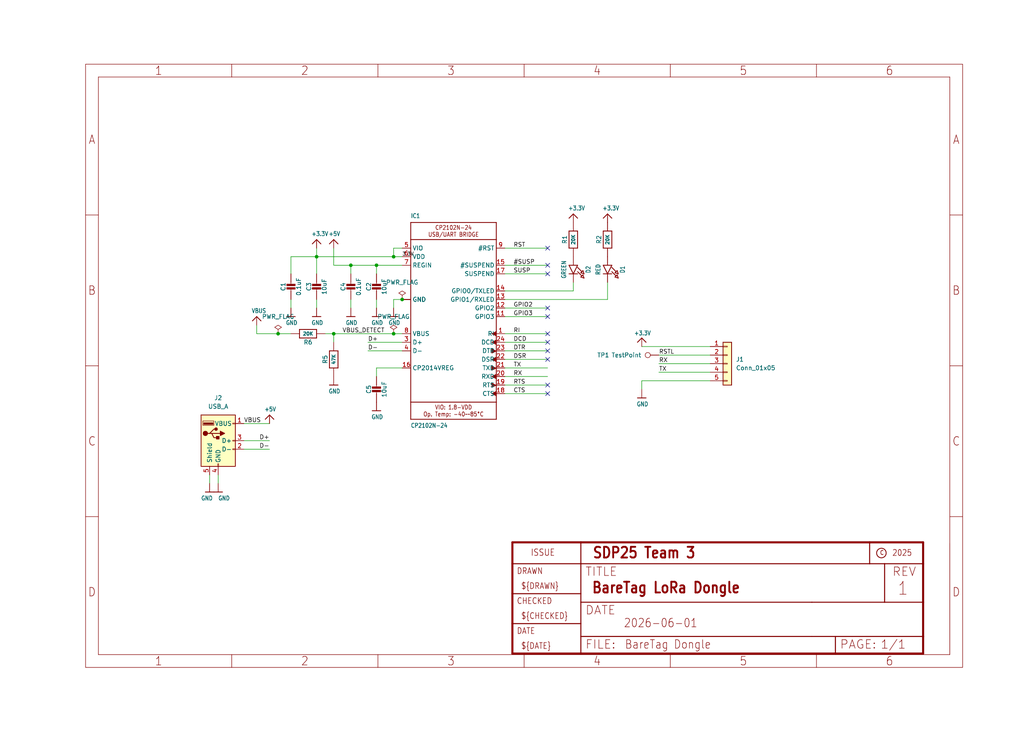
<source format=kicad_sch>
(kicad_sch (version 20231120) (generator "eeschema") (generator_version "8.0")
  (paper "User" 303.962 217.322)
  (title_block (title "BareTag LoRa Dongle") (date "2025-01-16") (rev "v1") (company "SDP25 Team 3"))
  (lib_symbols
    (symbol "Adafruit CP2102N Friend-eagle-import:microbuilder_3.3V" (power)
      (symbol "microbuilder_3.3V_1_0"
        (polyline (pts (xy -1.27 -1.27) (xy 0 0)) (stroke (width 0.254)))
        (polyline (pts (xy 0 0) (xy 1.27 -1.27)) (stroke (width 0.254)))
        (pin power_in line (at 0 -2.54 90) (length 2.54) (name "3.3V") (number "1"))
      )
    )
    (symbol "Adafruit CP2102N Friend-eagle-import:microbuilder_CAP_CERAMIC0603_NO"
      (property "Reference" "C" (at -2.29 1.25 90))
      (symbol "microbuilder_CAP_CERAMIC0603_NO_1_0"
        (rectangle (start -1.27 0.508) (end 1.27 1.016) (fill (type outline)))
        (rectangle (start -1.27 1.524) (end 1.27 2.032) (fill (type outline)))
        (polyline (pts (xy 0 0.762) (xy 0 0)) (stroke (width 0.1524)))
        (polyline (pts (xy 0 2.54) (xy 0 1.778)) (stroke (width 0.1524)))
        (pin passive line (at 0 5.08 270) (length 2.54) (name "1") (number "1"))
        (pin passive line (at 0 -2.54 90) (length 2.54) (name "2") (number "2"))
      )
    )
    (symbol "Adafruit CP2102N Friend-eagle-import:microbuilder_CAP_CERAMIC0805-NOOUTLINE"
      (property "Reference" "C" (at -2.29 1.25 90))
      (symbol "microbuilder_CAP_CERAMIC0805-NOOUTLINE_1_0"
        (rectangle (start -1.27 0.508) (end 1.27 1.016) (fill (type outline)))
        (rectangle (start -1.27 1.524) (end 1.27 2.032) (fill (type outline)))
        (polyline (pts (xy 0 0.762) (xy 0 0)) (stroke (width 0.1524)))
        (polyline (pts (xy 0 2.54) (xy 0 1.778)) (stroke (width 0.1524)))
        (pin passive line (at 0 5.08 270) (length 2.54) (name "1") (number "1"))
        (pin passive line (at 0 -2.54 90) (length 2.54) (name "2") (number "2"))
      )
    )
    (symbol "Adafruit CP2102N Friend-eagle-import:microbuilder_CP2102N-24"
      (property "Reference" "IC1" (at -12.7 29.21 0))
      (property "Value" "CP2102N-24" (at -12.7 -33.02 0))
      (symbol "microbuilder_CP2102N-24_1_0"
        (polyline (pts (xy -12.7 -30.48) (xy 12.7 -30.48)) (stroke (width 0.254)))
        (polyline (pts (xy -12.7 -25.4) (xy -12.7 -30.48)) (stroke (width 0.254)))
        (polyline (pts (xy -12.7 -25.4) (xy -12.7 22.86)) (stroke (width 0.254)))
        (polyline (pts (xy -12.7 22.86) (xy -12.7 27.94)) (stroke (width 0.254)))
        (polyline (pts (xy -12.7 22.86) (xy 12.7 22.86)) (stroke (width 0.254)))
        (polyline (pts (xy -12.7 27.94) (xy 12.7 27.94)) (stroke (width 0.254)))
        (polyline (pts (xy 12.7 -30.48) (xy 12.7 -25.4)) (stroke (width 0.254)))
        (polyline (pts (xy 12.7 -25.4) (xy -12.7 -25.4)) (stroke (width 0.254)))
        (polyline (pts (xy 12.7 22.86) (xy 12.7 -25.4)) (stroke (width 0.254)))
        (polyline (pts (xy 12.7 27.94) (xy 12.7 22.86)) (stroke (width 0.254)))
        (polyline (pts (xy 11.43 -19.685) (xy 11.43 -20.955) (xy 12.7 -20.32)) (stroke (width 0.254)) (fill (type outline)))
        (polyline (pts (xy 11.43 -14.605) (xy 11.43 -15.875) (xy 12.7 -15.24)) (stroke (width 0.254)) (fill (type outline)))
        (polyline (pts (xy 11.43 -9.525) (xy 11.43 -10.795) (xy 12.7 -10.16)) (stroke (width 0.254)) (fill (type outline)))
        (polyline (pts (xy 12.7 -22.225) (xy 11.43 -22.86) (xy 12.7 -23.495)) (stroke (width 0.254)) (fill (type outline)))
        (polyline (pts (xy 12.7 -17.145) (xy 11.43 -17.78) (xy 12.7 -18.415)) (stroke (width 0.254)) (fill (type outline)))
        (polyline (pts (xy 12.7 -12.065) (xy 11.43 -12.7) (xy 12.7 -13.335)) (stroke (width 0.254)) (fill (type outline)))
        (polyline (pts (xy 12.7 -6.985) (xy 11.43 -7.62) (xy 12.7 -8.255)) (stroke (width 0.254)) (fill (type outline)))
        (polyline (pts (xy 12.7 -4.445) (xy 11.43 -5.08) (xy 12.7 -5.715)) (stroke (width 0.254)) (fill (type outline)))
        (text "CP2102N-24\nUSB/UART BRIDGE" (at 0 25.4 0) (effects (font (size 1.27 1.0795))))
        (text "VIO: 1.8-VDD\nOp. Temp: -40~~85°C" (at 0 -27.94 0) (effects (font (size 1.27 1.0795))))
        (pin input line (at 15.24 -5.08 180) (length 2.54) (name "RI") (number "1"))
        (pin bidirectional line (at 15.24 0 180) (length 2.54) (name "GPIO3") (number "11"))
        (pin bidirectional line (at 15.24 2.54 180) (length 2.54) (name "GPIO2") (number "12"))
        (pin bidirectional line (at 15.24 5.08 180) (length 2.54) (name "GPIO1/RXLED") (number "13"))
        (pin bidirectional line (at 15.24 7.62 180) (length 2.54) (name "GPIO0/TXLED") (number "14"))
        (pin output line (at 15.24 15.24 180) (length 2.54) (name "#SUSPEND") (number "15"))
        (pin passive line (at -15.24 -15.24 0) (length 2.54) (name "CP2014VREG") (number "16"))
        (pin output line (at 15.24 12.7 180) (length 2.54) (name "SUSPEND") (number "17"))
        (pin input line (at 15.24 -22.86 180) (length 2.54) (name "CTS") (number "18"))
        (pin output line (at 15.24 -20.32 180) (length 2.54) (name "RTS") (number "19"))
        (pin power_in line (at -15.24 5.08 0) (length 2.54) (name "GND") (number "2"))
        (pin input line (at 15.24 -17.78 180) (length 2.54) (name "RXD") (number "20"))
        (pin output line (at 15.24 -15.24 180) (length 2.54) (name "TXD") (number "21"))
        (pin input line (at 15.24 -12.7 180) (length 2.54) (name "DSR") (number "22"))
        (pin output line (at 15.24 -10.16 180) (length 2.54) (name "DTR") (number "23"))
        (pin input line (at 15.24 -7.62 180) (length 2.54) (name "DCD") (number "24"))
        (pin bidirectional line (at -15.24 -7.62 0) (length 2.54) (name "D+") (number "3"))
        (pin bidirectional line (at -15.24 -10.16 0) (length 2.54) (name "D-") (number "4"))
        (pin power_in line (at -15.24 20.32 0) (length 2.54) (name "VIO") (number "5"))
        (pin power_out line (at -15.24 17.78 0) (length 2.54) (name "VDD") (number "6"))
        (pin power_in line (at -15.24 15.24 0) (length 2.54) (name "REGIN") (number "7"))
        (pin power_in line (at -15.24 -5.08 0) (length 2.54) (name "VBUS") (number "8"))
        (pin bidirectional line (at 15.24 20.32 180) (length 2.54) (name "#RST") (number "9"))
        (pin power_in line (at -15.24 5.08 0) (length 2.54) (name "GND") (number "THERM"))
      )
    )
    (symbol "Adafruit CP2102N Friend-eagle-import:microbuilder_FRAME_A4"
      (symbol "microbuilder_FRAME_A4_1_0"
        (polyline (pts (xy 0 44.7675) (xy 3.81 44.7675)))
        (polyline (pts (xy 0 89.535) (xy 3.81 89.535)))
        (polyline (pts (xy 0 134.3025) (xy 3.81 134.3025)))
        (polyline (pts (xy 3.81 3.81) (xy 3.81 175.26)))
        (polyline (pts (xy 43.3917 0) (xy 43.3917 3.81)))
        (polyline (pts (xy 43.3917 175.26) (xy 43.3917 179.07)))
        (polyline (pts (xy 86.7833 0) (xy 86.7833 3.81)))
        (polyline (pts (xy 86.7833 175.26) (xy 86.7833 179.07)))
        (polyline (pts (xy 130.175 0) (xy 130.175 3.81)))
        (polyline (pts (xy 130.175 175.26) (xy 130.175 179.07)))
        (polyline (pts (xy 173.5667 0) (xy 173.5667 3.81)))
        (polyline (pts (xy 173.5667 175.26) (xy 173.5667 179.07)))
        (polyline (pts (xy 216.9583 0) (xy 216.9583 3.81)))
        (polyline (pts (xy 216.9583 175.26) (xy 216.9583 179.07)))
        (polyline (pts (xy 256.54 3.81) (xy 3.81 3.81)))
        (polyline (pts (xy 256.54 3.81) (xy 256.54 8.89)) (stroke (width 0.1016)))
        (polyline (pts (xy 256.54 3.81) (xy 256.54 175.26)))
        (polyline (pts (xy 256.54 8.89) (xy 256.54 13.97)) (stroke (width 0.1016)))
        (polyline (pts (xy 256.54 13.97) (xy 256.54 19.05)) (stroke (width 0.1016)))
        (polyline (pts (xy 256.54 19.05) (xy 256.54 36.83)) (stroke (width 0.1016)))
        (polyline (pts (xy 256.54 44.7675) (xy 260.35 44.7675)))
        (polyline (pts (xy 256.54 89.535) (xy 260.35 89.535)))
        (polyline (pts (xy 256.54 134.3025) (xy 260.35 134.3025)))
        (polyline (pts (xy 256.54 175.26) (xy 3.81 175.26)))
        (polyline (pts (xy 0 0) (xy 260.35 0) (xy 260.35 179.07) (xy 0 179.07) (xy 0 0)))
        (text "1" (at 21.6958 1.905 0) (effects (font (size 2.54 2.286))))
        (text "1" (at 21.6958 177.165 0) (effects (font (size 2.54 2.286))))
        (text "2" (at 65.0875 1.905 0) (effects (font (size 2.54 2.286))))
        (text "2" (at 65.0875 177.165 0) (effects (font (size 2.54 2.286))))
        (text "3" (at 108.4792 1.905 0) (effects (font (size 2.54 2.286))))
        (text "3" (at 108.4792 177.165 0) (effects (font (size 2.54 2.286))))
        (text "4" (at 151.8708 1.905 0) (effects (font (size 2.54 2.286))))
        (text "4" (at 151.8708 177.165 0) (effects (font (size 2.54 2.286))))
        (text "5" (at 195.2625 1.905 0) (effects (font (size 2.54 2.286))))
        (text "5" (at 195.2625 177.165 0) (effects (font (size 2.54 2.286))))
        (text "6" (at 238.6542 1.905 0) (effects (font (size 2.54 2.286))))
        (text "6" (at 238.6542 177.165 0) (effects (font (size 2.54 2.286))))
        (text "A" (at 1.905 156.6863 0) (effects (font (size 2.54 2.286))))
        (text "A" (at 258.445 156.6863 0) (effects (font (size 2.54 2.286))))
        (text "B" (at 1.905 111.9188 0) (effects (font (size 2.54 2.286))))
        (text "B" (at 258.445 111.9188 0) (effects (font (size 2.54 2.286))))
        (text "C" (at 1.905 67.1513 0) (effects (font (size 2.54 2.286))))
        (text "C" (at 258.445 67.1513 0) (effects (font (size 2.54 2.286))))
        (text "D" (at 1.905 22.3838 0) (effects (font (size 2.54 2.286))))
        (text "D" (at 258.445 22.3838 0) (effects (font (size 2.54 2.286))))
      )
      (symbol "microbuilder_FRAME_A4_2_0"
        (polyline (pts (xy -0.3048 1.5748) (xy 20.0152 1.5748)) (stroke (width 0.6096)))
        (polyline (pts (xy -0.3048 10.4648) (xy -0.3048 1.5748)) (stroke (width 0.6096)))
        (polyline (pts (xy -0.3048 10.4648) (xy 20.0152 10.4648)) (stroke (width 0.3048)))
        (polyline (pts (xy -0.3048 19.3548) (xy -0.3048 10.4648)) (stroke (width 0.6096)))
        (polyline (pts (xy -0.3048 19.3548) (xy 20.0152 19.3548)) (stroke (width 0.3048)))
        (polyline (pts (xy -0.3048 28.2448) (xy -0.3048 19.3548)) (stroke (width 0.6096)))
        (polyline (pts (xy -0.3048 28.2448) (xy 20.0152 28.2448)) (stroke (width 0.3048)))
        (polyline (pts (xy -0.3048 34.5948) (xy -0.3048 28.2448)) (stroke (width 0.6096)))
        (polyline (pts (xy 20.0152 1.5748) (xy 20.0152 6.6548)) (stroke (width 0.3048)))
        (polyline (pts (xy 20.0152 1.5748) (xy 95.5802 1.5748)) (stroke (width 0.6096)))
        (polyline (pts (xy 20.0152 6.6548) (xy 20.0152 10.4648)) (stroke (width 0.3048)))
        (polyline (pts (xy 20.0152 6.6548) (xy 88.5952 6.6548)) (stroke (width 0.3048)))
        (polyline (pts (xy 20.0152 10.4648) (xy 20.0152 16.8148)) (stroke (width 0.3048)))
        (polyline (pts (xy 20.0152 16.8148) (xy 20.0152 19.3548)) (stroke (width 0.3048)))
        (polyline (pts (xy 20.0152 19.3548) (xy 20.0152 28.2448)) (stroke (width 0.3048)))
        (polyline (pts (xy 20.0152 28.2448) (xy 20.0152 34.5948)) (stroke (width 0.3048)))
        (polyline (pts (xy 20.0152 28.2448) (xy 105.7402 28.2448)) (stroke (width 0.3048)))
        (polyline (pts (xy 20.0152 34.5948) (xy -0.3048 34.5948)) (stroke (width 0.6096)))
        (polyline (pts (xy 88.5952 6.6548) (xy 95.5802 6.6548)) (stroke (width 0.3048)))
        (polyline (pts (xy 88.5952 16.8148) (xy 20.0152 16.8148)) (stroke (width 0.3048)))
        (polyline (pts (xy 95.5802 1.5748) (xy 121.6152 1.5748)) (stroke (width 0.6096)))
        (polyline (pts (xy 95.5802 6.6548) (xy 95.5802 1.5748)) (stroke (width 0.3048)))
        (polyline (pts (xy 95.5802 6.6548) (xy 121.6152 6.6548)) (stroke (width 0.3048)))
        (polyline (pts (xy 105.7402 28.2448) (xy 105.7402 34.5948)) (stroke (width 0.3048)))
        (polyline (pts (xy 105.7402 28.2448) (xy 110.1852 28.2448)) (stroke (width 0.3048)))
        (polyline (pts (xy 105.7402 34.5948) (xy 20.0152 34.5948)) (stroke (width 0.6096)))
        (polyline (pts (xy 110.1852 16.8148) (xy 88.5952 16.8148)) (stroke (width 0.3048)))
        (polyline (pts (xy 110.1852 28.2448) (xy 110.1852 16.8148)) (stroke (width 0.3048)))
        (polyline (pts (xy 110.1852 28.2448) (xy 121.6152 28.2448)) (stroke (width 0.3048)))
        (polyline (pts (xy 121.6152 6.6548) (xy 121.6152 1.5748)) (stroke (width 0.6096)))
        (polyline (pts (xy 121.6152 16.8148) (xy 110.1852 16.8148)) (stroke (width 0.3048)))
        (polyline (pts (xy 121.6152 16.8148) (xy 121.6152 6.6548)) (stroke (width 0.6096)))
        (polyline (pts (xy 121.6152 28.2448) (xy 121.6152 16.8148)) (stroke (width 0.6096)))
        (polyline (pts (xy 121.6152 34.5948) (xy 105.7402 34.5948)) (stroke (width 0.6096)))
        (polyline (pts (xy 121.6152 34.5948) (xy 121.6152 28.2448)) (stroke (width 0.6096)))
        (circle (center 109.2327 31.4198) (radius 1.4199) (stroke (width 0.254)))
        (text "${CHECKED}" (at 2.2352 11.7348 0) (effects (font (size 1.778 1.5113)) (justify left bottom)))
        (text "${COMPANY}" (at 23.349 29.6735 0) (effects (font (size 3.175 2.6987) (thickness 0.5397) (bold yes)) (justify left bottom)))
        (text "${CURRENT_DATE}" (at 32.7152 9.1948 0) (effects (font (size 2.54 2.159)) (justify left bottom)))
        (text "${DATE}" (at 2.2352 2.8448 0) (effects (font (size 1.778 1.5113)) (justify left bottom)))
        (text "${DRAWN}" (at 2.2352 20.6248 0) (effects (font (size 1.778 1.5113)) (justify left bottom)))
        (text "${TITLE}" (at 23.114 19.304 0) (effects (font (size 3.175 2.6987) (thickness 0.5397) (bold yes)) (justify left bottom)))
        (text "1" (at 113.9952 18.7198 0) (effects (font (size 3.81 3.2385)) (justify left bottom)))
        (text "1/1" (at 108.9152 2.8448 0) (effects (font (size 2.54 2.54)) (justify left bottom)))
        (text "2025\n" (at 112.4077 30.4673 0) (effects (font (size 1.778 1.5113)) (justify left bottom)))
        (text "BareTag Dongle" (at 33.0327 2.8448 0) (effects (font (size 2.54 2.159)) (justify left bottom)))
        (text "C" (at 108.7564 30.7848 0) (effects (font (size 1.27 1.0795)) (justify left bottom)))
        (text "CHECKED" (at 0.9652 16.1798 0) (effects (font (size 1.778 1.5113)) (justify left bottom)))
        (text "DATE" (at 0.9652 7.2898 0) (effects (font (size 1.778 1.5113)) (justify left bottom)))
        (text "DATE" (at 21.2852 13.0048 0) (effects (font (size 2.54 2.54)) (justify left bottom)))
        (text "DRAWN" (at 0.9652 25.0698 0) (effects (font (size 1.778 1.5113)) (justify left bottom)))
        (text "FILE:" (at 21.2852 2.8448 0) (effects (font (size 2.54 2.54)) (justify left bottom)))
        (text "ISSUE" (at 5.0927 30.4673 0) (effects (font (size 1.9304 1.6408)) (justify left bottom)))
        (text "PAGE:" (at 96.8502 2.8448 0) (effects (font (size 2.54 2.54)) (justify left bottom)))
        (text "REV" (at 112.4077 24.4348 0) (effects (font (size 2.54 2.54)) (justify left bottom)))
        (text "TITLE" (at 21.2852 24.4348 0) (effects (font (size 2.54 2.54)) (justify left bottom)))
      )
    )
    (symbol "Adafruit CP2102N Friend-eagle-import:microbuilder_GND" (power)
      (symbol "microbuilder_GND_1_0"
        (polyline (pts (xy -1.27 0) (xy 1.27 0)) (stroke (width 0.254)))
        (pin power_in line (at 0 2.54 270) (length 2.54) (name "GND") (number "1"))
      )
    )
    (symbol "Adafruit CP2102N Friend-eagle-import:microbuilder_LED0603_NOOUTLINE"
      (property "Reference" "D" (at -1.27 4.445 0))
      (symbol "microbuilder_LED0603_NOOUTLINE_1_0"
        (polyline (pts (xy -2.54 -1.27) (xy 0 0)) (stroke (width 0.254)))
        (polyline (pts (xy -2.54 1.27) (xy -2.54 -1.27)) (stroke (width 0.254)))
        (polyline (pts (xy -1.905 1.27) (xy -0.635 2.54)) (stroke (width 0.254)))
        (polyline (pts (xy -0.9525 2.8575) (xy -0.3175 2.2225)) (stroke (width 0.254)))
        (polyline (pts (xy -0.635 1.27) (xy 0.635 2.54)) (stroke (width 0.254)))
        (polyline (pts (xy -0.3175 2.2225) (xy 0 3.175)) (stroke (width 0.254)))
        (polyline (pts (xy 0 0) (xy -2.54 1.27)) (stroke (width 0.254)))
        (polyline (pts (xy 0 0) (xy 0 -1.27)) (stroke (width 0.254)))
        (polyline (pts (xy 0 1.27) (xy 0 0)) (stroke (width 0.254)))
        (polyline (pts (xy 0 3.175) (xy -0.9525 2.8575)) (stroke (width 0.254)))
        (polyline (pts (xy 0.3175 2.8575) (xy 0.9525 2.2225)) (stroke (width 0.254)))
        (polyline (pts (xy 0.9525 2.2225) (xy 1.27 3.175)) (stroke (width 0.254)))
        (polyline (pts (xy 1.27 3.175) (xy 0.3175 2.8575)) (stroke (width 0.254)))
        (pin passive line (at -5.08 0 0) (length 2.54) (name "A") (number "A"))
        (pin passive line (at 2.54 0 180) (length 2.54) (name "C") (number "C"))
      )
    )
    (symbol "Adafruit CP2102N Friend-eagle-import:microbuilder_RESISTOR_0603_NOOUT"
      (property "Reference" "R" (at 0 2.54 0))
      (symbol "microbuilder_RESISTOR_0603_NOOUT_1_0"
        (polyline (pts (xy -2.54 -1.27) (xy -2.54 1.27)) (stroke (width 0.254)))
        (polyline (pts (xy -2.54 1.27) (xy 2.54 1.27)) (stroke (width 0.254)))
        (polyline (pts (xy 2.54 -1.27) (xy -2.54 -1.27)) (stroke (width 0.254)))
        (polyline (pts (xy 2.54 1.27) (xy 2.54 -1.27)) (stroke (width 0.254)))
        (pin passive line (at -5.08 0 0) (length 2.54) (name "1") (number "1"))
        (pin passive line (at 5.08 0 180) (length 2.54) (name "2") (number "2"))
      )
    )
    (symbol "Adafruit CP2102N Friend-eagle-import:microbuilder_VBUS" (power)
      (symbol "microbuilder_VBUS_1_0"
        (polyline (pts (xy -1.27 -1.27) (xy 0 0)) (stroke (width 0.254)))
        (polyline (pts (xy 0 0) (xy 1.27 -1.27)) (stroke (width 0.254)))
        (pin power_in line (at 0 -2.54 90) (length 2.54) (name "VBUS") (number "1"))
      )
    )
    (symbol "Connector:TestPoint" (pin_numbers hide) (pin_names (offset 0.762) hide)
      (property "Reference" "TP" (at 0 6.858 0))
      (property "Value" "TestPoint" (at 0 5.08 0))
      (symbol "TestPoint_0_1"
        (circle (center 0 3.302) (radius 0.762))
      )
      (symbol "TestPoint_1_1"
        (pin passive line (at 0 0 90) (length 2.54) (name "1") (number "1"))
      )
    )
    (symbol "Connector:USB_A" (pin_names (offset 1.016))
      (property "Reference" "J" (at -5.08 11.43 0))
      (property "Value" "USB_A" (at -5.08 8.89 0))
      (symbol "USB_A_0_1"
        (rectangle (start -5.08 -7.62) (end 5.08 7.62) (stroke (width 0.254)) (fill (type background)))
        (circle (center -3.81 2.159) (radius 0.635) (stroke (width 0.254)) (fill (type outline)))
        (rectangle (start -1.524 4.826) (end -4.318 5.334) (fill (type outline)))
        (rectangle (start -1.27 4.572) (end -4.572 5.842))
        (circle (center -0.635 3.429) (radius 0.381) (stroke (width 0.254)) (fill (type outline)))
        (rectangle (start -0.127 -7.62) (end 0.127 -6.858))
        (polyline (pts (xy -3.175 2.159) (xy -2.54 2.159) (xy -1.27 3.429) (xy -0.635 3.429)) (stroke (width 0.254)))
        (polyline (pts (xy -2.54 2.159) (xy -1.905 2.159) (xy -1.27 0.889) (xy 0 0.889)) (stroke (width 0.254)))
        (polyline (pts (xy 0.635 2.794) (xy 0.635 1.524) (xy 1.905 2.159) (xy 0.635 2.794)) (stroke (width 0.254)) (fill (type outline)))
        (rectangle (start 0.254 1.27) (end -0.508 0.508) (stroke (width 0.254)) (fill (type outline)))
        (rectangle (start 5.08 -2.667) (end 4.318 -2.413))
        (rectangle (start 5.08 -0.127) (end 4.318 0.127))
        (rectangle (start 5.08 4.953) (end 4.318 5.207))
      )
      (symbol "USB_A_1_1"
        (polyline (pts (xy -1.905 2.159) (xy 0.635 2.159)) (stroke (width 0.254)))
        (pin power_in line (at 7.62 5.08 180) (length 2.54) (name "VBUS") (number "1"))
        (pin bidirectional line (at 7.62 -2.54 180) (length 2.54) (name "D-") (number "2"))
        (pin bidirectional line (at 7.62 0 180) (length 2.54) (name "D+") (number "3"))
        (pin power_in line (at 0 -10.16 90) (length 2.54) (name "GND") (number "4"))
        (pin passive line (at -2.54 -10.16 90) (length 2.54) (name "Shield") (number "5"))
      )
    )
    (symbol "Connector_Generic:Conn_01x05" (pin_names (offset 1.016) hide)
      (property "Reference" "J" (at 0 7.62 0))
      (property "Value" "Conn_01x05" (at 0 -7.62 0))
      (symbol "Conn_01x05_1_1"
        (rectangle (start -1.27 -4.953) (end 0 -5.207) (stroke (width 0.1524)))
        (rectangle (start -1.27 -2.413) (end 0 -2.667) (stroke (width 0.1524)))
        (rectangle (start -1.27 0.127) (end 0 -0.127) (stroke (width 0.1524)))
        (rectangle (start -1.27 2.667) (end 0 2.413) (stroke (width 0.1524)))
        (rectangle (start -1.27 5.207) (end 0 4.953) (stroke (width 0.1524)))
        (rectangle (start -1.27 6.35) (end 1.27 -6.35) (stroke (width 0.254)) (fill (type background)))
        (pin passive line (at -5.08 5.08 0) (length 3.81) (name "Pin_1") (number "1"))
        (pin passive line (at -5.08 2.54 0) (length 3.81) (name "Pin_2") (number "2"))
        (pin passive line (at -5.08 0 0) (length 3.81) (name "Pin_3") (number "3"))
        (pin passive line (at -5.08 -2.54 0) (length 3.81) (name "Pin_4") (number "4"))
        (pin passive line (at -5.08 -5.08 0) (length 3.81) (name "Pin_5") (number "5"))
      )
    )
    (symbol "microbuilder_FRAME_A4_1"
      (symbol "microbuilder_FRAME_A4_1_1_0"
        (polyline (pts (xy 0 44.7675) (xy 3.81 44.7675)))
        (polyline (pts (xy 0 89.535) (xy 3.81 89.535)))
        (polyline (pts (xy 0 134.3025) (xy 3.81 134.3025)))
        (polyline (pts (xy 3.81 3.81) (xy 3.81 175.26)))
        (polyline (pts (xy 43.3917 0) (xy 43.3917 3.81)))
        (polyline (pts (xy 43.3917 175.26) (xy 43.3917 179.07)))
        (polyline (pts (xy 86.7833 0) (xy 86.7833 3.81)))
        (polyline (pts (xy 86.7833 175.26) (xy 86.7833 179.07)))
        (polyline (pts (xy 130.175 0) (xy 130.175 3.81)))
        (polyline (pts (xy 130.175 175.26) (xy 130.175 179.07)))
        (polyline (pts (xy 173.5667 0) (xy 173.5667 3.81)))
        (polyline (pts (xy 173.5667 175.26) (xy 173.5667 179.07)))
        (polyline (pts (xy 216.9583 0) (xy 216.9583 3.81)))
        (polyline (pts (xy 216.9583 175.26) (xy 216.9583 179.07)))
        (polyline (pts (xy 256.54 3.81) (xy 3.81 3.81)))
        (polyline (pts (xy 256.54 3.81) (xy 256.54 8.89)) (stroke (width 0.1016)))
        (polyline (pts (xy 256.54 3.81) (xy 256.54 175.26)))
        (polyline (pts (xy 256.54 8.89) (xy 256.54 13.97)) (stroke (width 0.1016)))
        (polyline (pts (xy 256.54 13.97) (xy 256.54 19.05)) (stroke (width 0.1016)))
        (polyline (pts (xy 256.54 19.05) (xy 256.54 36.83)) (stroke (width 0.1016)))
        (polyline (pts (xy 256.54 44.7675) (xy 260.35 44.7675)))
        (polyline (pts (xy 256.54 89.535) (xy 260.35 89.535)))
        (polyline (pts (xy 256.54 134.3025) (xy 260.35 134.3025)))
        (polyline (pts (xy 256.54 175.26) (xy 3.81 175.26)))
        (polyline (pts (xy 0 0) (xy 260.35 0) (xy 260.35 179.07) (xy 0 179.07) (xy 0 0)))
        (text "1" (at 21.6958 1.905 0) (effects (font (size 2.54 2.286))))
        (text "1" (at 21.6958 177.165 0) (effects (font (size 2.54 2.286))))
        (text "2" (at 65.0875 1.905 0) (effects (font (size 2.54 2.286))))
        (text "2" (at 65.0875 177.165 0) (effects (font (size 2.54 2.286))))
        (text "3" (at 108.4792 1.905 0) (effects (font (size 2.54 2.286))))
        (text "3" (at 108.4792 177.165 0) (effects (font (size 2.54 2.286))))
        (text "4" (at 151.8708 1.905 0) (effects (font (size 2.54 2.286))))
        (text "4" (at 151.8708 177.165 0) (effects (font (size 2.54 2.286))))
        (text "5" (at 195.2625 1.905 0) (effects (font (size 2.54 2.286))))
        (text "5" (at 195.2625 177.165 0) (effects (font (size 2.54 2.286))))
        (text "6" (at 238.6542 1.905 0) (effects (font (size 2.54 2.286))))
        (text "6" (at 238.6542 177.165 0) (effects (font (size 2.54 2.286))))
        (text "A" (at 1.905 156.6863 0) (effects (font (size 2.54 2.286))))
        (text "A" (at 258.445 156.6863 0) (effects (font (size 2.54 2.286))))
        (text "B" (at 1.905 111.9188 0) (effects (font (size 2.54 2.286))))
        (text "B" (at 258.445 111.9188 0) (effects (font (size 2.54 2.286))))
        (text "C" (at 1.905 67.1513 0) (effects (font (size 2.54 2.286))))
        (text "C" (at 258.445 67.1513 0) (effects (font (size 2.54 2.286))))
        (text "D" (at 1.905 22.3838 0) (effects (font (size 2.54 2.286))))
        (text "D" (at 258.445 22.3838 0) (effects (font (size 2.54 2.286))))
      )
      (symbol "microbuilder_FRAME_A4_1_2_0"
        (polyline (pts (xy -0.3048 1.5748) (xy 20.0152 1.5748)) (stroke (width 0.6096)))
        (polyline (pts (xy -0.3048 10.4648) (xy -0.3048 1.5748)) (stroke (width 0.6096)))
        (polyline (pts (xy -0.3048 10.4648) (xy 20.0152 10.4648)) (stroke (width 0.3048)))
        (polyline (pts (xy -0.3048 19.3548) (xy -0.3048 10.4648)) (stroke (width 0.6096)))
        (polyline (pts (xy -0.3048 19.3548) (xy 20.0152 19.3548)) (stroke (width 0.3048)))
        (polyline (pts (xy -0.3048 28.2448) (xy -0.3048 19.3548)) (stroke (width 0.6096)))
        (polyline (pts (xy -0.3048 28.2448) (xy 20.0152 28.2448)) (stroke (width 0.3048)))
        (polyline (pts (xy -0.3048 34.5948) (xy -0.3048 28.2448)) (stroke (width 0.6096)))
        (polyline (pts (xy 20.0152 1.5748) (xy 20.0152 6.6548)) (stroke (width 0.3048)))
        (polyline (pts (xy 20.0152 1.5748) (xy 95.5802 1.5748)) (stroke (width 0.6096)))
        (polyline (pts (xy 20.0152 6.6548) (xy 20.0152 10.4648)) (stroke (width 0.3048)))
        (polyline (pts (xy 20.0152 6.6548) (xy 88.5952 6.6548)) (stroke (width 0.3048)))
        (polyline (pts (xy 20.0152 10.4648) (xy 20.0152 16.8148)) (stroke (width 0.3048)))
        (polyline (pts (xy 20.0152 16.8148) (xy 20.0152 19.3548)) (stroke (width 0.3048)))
        (polyline (pts (xy 20.0152 19.3548) (xy 20.0152 28.2448)) (stroke (width 0.3048)))
        (polyline (pts (xy 20.0152 28.2448) (xy 20.0152 34.5948)) (stroke (width 0.3048)))
        (polyline (pts (xy 20.0152 28.2448) (xy 105.7402 28.2448)) (stroke (width 0.3048)))
        (polyline (pts (xy 20.0152 34.5948) (xy -0.3048 34.5948)) (stroke (width 0.6096)))
        (polyline (pts (xy 88.5952 6.6548) (xy 95.5802 6.6548)) (stroke (width 0.3048)))
        (polyline (pts (xy 88.5952 16.8148) (xy 20.0152 16.8148)) (stroke (width 0.3048)))
        (polyline (pts (xy 95.5802 1.5748) (xy 121.6152 1.5748)) (stroke (width 0.6096)))
        (polyline (pts (xy 95.5802 6.6548) (xy 95.5802 1.5748)) (stroke (width 0.3048)))
        (polyline (pts (xy 95.5802 6.6548) (xy 121.6152 6.6548)) (stroke (width 0.3048)))
        (polyline (pts (xy 105.7402 28.2448) (xy 105.7402 34.5948)) (stroke (width 0.3048)))
        (polyline (pts (xy 105.7402 28.2448) (xy 110.1852 28.2448)) (stroke (width 0.3048)))
        (polyline (pts (xy 105.7402 34.5948) (xy 20.0152 34.5948)) (stroke (width 0.6096)))
        (polyline (pts (xy 110.1852 16.8148) (xy 88.5952 16.8148)) (stroke (width 0.3048)))
        (polyline (pts (xy 110.1852 28.2448) (xy 110.1852 16.8148)) (stroke (width 0.3048)))
        (polyline (pts (xy 110.1852 28.2448) (xy 121.6152 28.2448)) (stroke (width 0.3048)))
        (polyline (pts (xy 121.6152 6.6548) (xy 121.6152 1.5748)) (stroke (width 0.6096)))
        (polyline (pts (xy 121.6152 16.8148) (xy 110.1852 16.8148)) (stroke (width 0.3048)))
        (polyline (pts (xy 121.6152 16.8148) (xy 121.6152 6.6548)) (stroke (width 0.6096)))
        (polyline (pts (xy 121.6152 28.2448) (xy 121.6152 16.8148)) (stroke (width 0.6096)))
        (polyline (pts (xy 121.6152 34.5948) (xy 105.7402 34.5948)) (stroke (width 0.6096)))
        (polyline (pts (xy 121.6152 34.5948) (xy 121.6152 28.2448)) (stroke (width 0.6096)))
        (circle (center 109.2327 31.4198) (radius 1.4199) (stroke (width 0.254)))
        (text "${CHECKED}" (at 2.2352 11.7348 0) (effects (font (size 1.778 1.5113)) (justify left bottom)))
        (text "${COMPANY}" (at 23.349 29.6735 0) (effects (font (size 3.175 2.6987) (thickness 0.5397) (bold yes)) (justify left bottom)))
        (text "${CURRENT_DATE}" (at 32.7152 9.1948 0) (effects (font (size 2.54 2.159)) (justify left bottom)))
        (text "${DATE}" (at 2.2352 2.8448 0) (effects (font (size 1.778 1.5113)) (justify left bottom)))
        (text "${DRAWN}" (at 2.2352 20.6248 0) (effects (font (size 1.778 1.5113)) (justify left bottom)))
        (text "${TITLE}" (at 23.114 19.304 0) (effects (font (size 3.175 2.6987) (thickness 0.5397) (bold yes)) (justify left bottom)))
        (text "1" (at 113.9952 18.7198 0) (effects (font (size 3.81 3.2385)) (justify left bottom)))
        (text "1/1" (at 108.9152 2.8448 0) (effects (font (size 2.54 2.54)) (justify left bottom)))
        (text "2025\n" (at 112.4077 30.4673 0) (effects (font (size 1.778 1.5113)) (justify left bottom)))
        (text "BareTag Dongle" (at 33.0327 2.8448 0) (effects (font (size 2.54 2.159)) (justify left bottom)))
        (text "C" (at 108.7564 30.7848 0) (effects (font (size 1.27 1.0795)) (justify left bottom)))
        (text "CHECKED" (at 0.9652 16.1798 0) (effects (font (size 1.778 1.5113)) (justify left bottom)))
        (text "DATE" (at 0.9652 7.2898 0) (effects (font (size 1.778 1.5113)) (justify left bottom)))
        (text "DATE" (at 21.2852 13.0048 0) (effects (font (size 2.54 2.54)) (justify left bottom)))
        (text "DRAWN" (at 0.9652 25.0698 0) (effects (font (size 1.778 1.5113)) (justify left bottom)))
        (text "FILE:" (at 21.2852 2.8448 0) (effects (font (size 2.54 2.54)) (justify left bottom)))
        (text "ISSUE" (at 5.0927 30.4673 0) (effects (font (size 1.9304 1.6408)) (justify left bottom)))
        (text "PAGE:" (at 96.8502 2.8448 0) (effects (font (size 2.54 2.54)) (justify left bottom)))
        (text "REV" (at 112.4077 24.4348 0) (effects (font (size 2.54 2.54)) (justify left bottom)))
        (text "TITLE" (at 21.2852 24.4348 0) (effects (font (size 2.54 2.54)) (justify left bottom)))
      )
    )
    (symbol "power:PWR_FLAG" (power) (pin_numbers hide) (pin_names (offset 0) hide)
      (property "Value" "PWR_FLAG" (at 0 3.81 0))
      (symbol "PWR_FLAG_0_0"
        (pin power_out line (at 0 0 90) (length 0) (name "~") (number "1"))
      )
      (symbol "PWR_FLAG_0_1"
        (polyline (pts (xy 0 0) (xy 0 1.27) (xy -1.016 1.905) (xy 0 2.54) (xy 1.016 1.905) (xy 0 1.27)))
      )
    )
  )
  (junction (at 99.06 99.06))
  (junction (at 111.76 78.74))
  (junction (at 82.55 99.06))
  (junction (at 116.84 99.06))
  (junction (at 119.38 88.9))
  (junction (at 104.14 78.74))
  (junction (at 93.98 76.2))
  (junction (at 116.84 76.2))
  (no_connect (at 162.56 99.06))
  (no_connect (at 162.56 101.6))
  (no_connect (at 162.56 91.44))
  (no_connect (at 162.56 116.84))
  (no_connect (at 162.56 104.14))
  (no_connect (at 162.56 93.98))
  (no_connect (at 162.56 114.3))
  (no_connect (at 162.56 81.28))
  (no_connect (at 162.56 106.68))
  (no_connect (at 162.56 73.66))
  (no_connect (at 162.56 78.74))
  (wire (pts (xy 116.84 76.2) (xy 93.98 76.2)) (stroke (width 0.1524)))
  (wire (pts (xy 104.14 88.9) (xy 104.14 91.44)) (stroke (width 0.1524)))
  (wire (pts (xy 149.86 106.68) (xy 162.56 106.68)) (stroke (width 0.1524)))
  (wire (pts (xy 104.14 78.74) (xy 99.06 78.74)) (stroke (width 0.1524)))
  (wire (pts (xy 111.76 109.22) (xy 111.76 111.76)) (stroke (width 0.1524)))
  (wire (pts (xy 72.39 125.73) (xy 80.01 125.73)))
  (wire (pts (xy 104.14 78.74) (xy 104.14 81.28)) (stroke (width 0.1524)))
  (wire (pts (xy 86.36 99.06) (xy 82.55 99.06)) (stroke (width 0.1524)))
  (wire (pts (xy 149.86 88.9) (xy 180.34 88.9)) (stroke (width 0.1524)))
  (wire (pts (xy 109.22 104.14) (xy 119.38 104.14)) (stroke (width 0.1524)))
  (wire (pts (xy 149.86 109.22) (xy 162.56 109.22)) (stroke (width 0.1524)))
  (wire (pts (xy 149.86 73.66) (xy 162.56 73.66)) (stroke (width 0.1524)))
  (wire (pts (xy 76.2 99.06) (xy 76.2 96.52)) (stroke (width 0.1524)))
  (wire (pts (xy 82.55 99.06) (xy 76.2 99.06)) (stroke (width 0.1524)))
  (wire (pts (xy 93.98 76.2) (xy 93.98 73.66)) (stroke (width 0.1524)))
  (wire (pts (xy 195.58 105.41) (xy 210.82 105.41)) (stroke (width 0.1524)))
  (wire (pts (xy 119.38 99.06) (xy 116.84 99.06)) (stroke (width 0.1524)))
  (wire (pts (xy 210.82 107.95) (xy 195.58 107.95)) (stroke (width 0.1524)))
  (wire (pts (xy 119.38 78.74) (xy 111.76 78.74)) (stroke (width 0.1524)))
  (wire (pts (xy 109.22 101.6) (xy 119.38 101.6)) (stroke (width 0.1524)))
  (wire (pts (xy 119.38 73.66) (xy 116.84 73.66)) (stroke (width 0.1524)))
  (wire (pts (xy 64.77 140.97) (xy 64.77 143.51)))
  (wire (pts (xy 93.98 76.2) (xy 93.98 81.28)) (stroke (width 0.1524)))
  (wire (pts (xy 162.56 111.76) (xy 149.86 111.76)) (stroke (width 0.1524)))
  (wire (pts (xy 116.84 73.66) (xy 116.84 76.2)) (stroke (width 0.1524)))
  (wire (pts (xy 149.86 104.14) (xy 162.56 104.14)) (stroke (width 0.1524)))
  (wire (pts (xy 180.34 83.82) (xy 180.34 88.9)) (stroke (width 0.1524)))
  (wire (pts (xy 111.76 88.9) (xy 111.76 91.44)) (stroke (width 0.1524)))
  (wire (pts (xy 210.82 113.03) (xy 190.5 113.03)) (stroke (width 0.1524)))
  (wire (pts (xy 210.82 110.49) (xy 195.58 110.49)) (stroke (width 0.1524)))
  (wire (pts (xy 111.76 78.74) (xy 104.14 78.74)) (stroke (width 0.1524)))
  (wire (pts (xy 149.86 81.28) (xy 162.56 81.28)) (stroke (width 0.1524)))
  (wire (pts (xy 119.38 88.9) (xy 116.84 88.9)) (stroke (width 0.1524)))
  (wire (pts (xy 149.86 78.74) (xy 162.56 78.74)) (stroke (width 0.1524)))
  (wire (pts (xy 170.18 83.82) (xy 170.18 86.36)) (stroke (width 0.1524)))
  (wire (pts (xy 149.86 93.98) (xy 162.56 93.98)) (stroke (width 0.1524)))
  (wire (pts (xy 80.01 130.81) (xy 72.39 130.81)))
  (wire (pts (xy 162.56 114.3) (xy 149.86 114.3)) (stroke (width 0.1524)))
  (wire (pts (xy 80.01 133.35) (xy 72.39 133.35)))
  (wire (pts (xy 190.5 113.03) (xy 190.5 115.57)) (stroke (width 0.1524)))
  (wire (pts (xy 149.86 91.44) (xy 162.56 91.44)) (stroke (width 0.1524)))
  (wire (pts (xy 119.38 76.2) (xy 116.84 76.2)) (stroke (width 0.1524)))
  (wire (pts (xy 99.06 99.06) (xy 96.52 99.06)) (stroke (width 0.1524)))
  (wire (pts (xy 111.76 78.74) (xy 111.76 81.28)) (stroke (width 0.1524)))
  (wire (pts (xy 62.23 143.51) (xy 62.23 140.97)))
  (wire (pts (xy 116.84 99.06) (xy 99.06 99.06)) (stroke (width 0.1524)))
  (wire (pts (xy 119.38 109.22) (xy 111.76 109.22)) (stroke (width 0.1524)))
  (wire (pts (xy 149.86 99.06) (xy 162.56 99.06)) (stroke (width 0.1524)))
  (wire (pts (xy 86.36 88.9) (xy 86.36 91.44)) (stroke (width 0.1524)))
  (wire (pts (xy 210.82 102.87) (xy 190.5 102.87)) (stroke (width 0.1524)))
  (wire (pts (xy 149.86 101.6) (xy 162.56 101.6)) (stroke (width 0.1524)))
  (wire (pts (xy 116.84 88.9) (xy 116.84 91.44)) (stroke (width 0.1524)))
  (wire (pts (xy 93.98 76.2) (xy 86.36 76.2)) (stroke (width 0.1524)))
  (wire (pts (xy 162.56 116.84) (xy 149.86 116.84)) (stroke (width 0.1524)))
  (wire (pts (xy 99.06 78.74) (xy 99.06 73.66)) (stroke (width 0.1524)))
  (wire (pts (xy 99.06 99.06) (xy 99.06 101.6)) (stroke (width 0.1524)))
  (wire (pts (xy 93.98 88.9) (xy 93.98 91.44)) (stroke (width 0.1524)))
  (wire (pts (xy 86.36 76.2) (xy 86.36 81.28)) (stroke (width 0.1524)))
  (wire (pts (xy 149.86 86.36) (xy 170.18 86.36)) (stroke (width 0.1524)))
  (label "VBUS" (at 72.39 125.73 0))
  (label "DCD" (at 152.4 101.6 0) (effects (font (size 1.2446 1.2446))))
  (label "RSTL" (at 195.58 105.41 0) (effects (font (size 1.2446 1.2446))))
  (label "#SUSP" (at 152.4 78.74 0) (effects (font (size 1.2446 1.2446))))
  (label "SUSP" (at 152.4 81.28 0) (effects (font (size 1.2446 1.2446))))
  (label "RTS" (at 152.4 114.3 0) (effects (font (size 1.2446 1.2446))))
  (label "RX" (at 195.58 107.95 0))
  (label "RI" (at 152.4 99.06 0) (effects (font (size 1.2446 1.2446))))
  (label "DTR" (at 152.4 104.14 0) (effects (font (size 1.2446 1.2446))))
  (label "CTS" (at 152.4 116.84 0) (effects (font (size 1.2446 1.2446))))
  (label "GPIO2" (at 152.4 91.44 0) (effects (font (size 1.2446 1.2446))))
  (label "D+" (at 80.01 130.81 180))
  (label "VBUS_DETECT" (at 101.6 99.06 0) (effects (font (size 1.2446 1.2446))))
  (label "3.3V" (at 119.38 76.2 0) (effects (font (size 1.016 1.016))))
  (label "D-" (at 109.22 104.14 0) (effects (font (size 1.2446 1.2446))))
  (label "TX" (at 195.58 110.49 0) (effects (font (size 1.2446 1.2446))))
  (label "RX" (at 152.4 111.76 0) (effects (font (size 1.2446 1.2446))))
  (label "RST" (at 152.4 73.66 0) (effects (font (size 1.2446 1.2446))))
  (label "TX" (at 152.4 109.22 0) (effects (font (size 1.2446 1.2446))))
  (label "GPIO3" (at 152.4 93.98 0) (effects (font (size 1.2446 1.2446))))
  (label "D-" (at 80.01 133.35 180))
  (label "D+" (at 109.22 101.6 0) (effects (font (size 1.2446 1.2446))))
  (label "DSR" (at 152.4 106.68 0) (effects (font (size 1.2446 1.2446))))
  (symbol (lib_id "Adafruit CP2102N Friend-eagle-import:microbuilder_GND") (at 190.5 118.11 0) (unit 1)
    (property "Reference" "#U$012" (effects (hide yes)))
    (property "Value" "GND" (at 188.976 120.65 0) (effects (font (size 1.27 1.0795)) (justify left bottom)))
  )
  (symbol (lib_id "Adafruit CP2102N Friend-eagle-import:microbuilder_FRAME_A4") (at 152.4 195.58 0) (unit 2)
    (property "Reference" "#FRAME1" (effects (hide yes)))
    (property "Value" "FRAME_A4" (effects (hide yes)))
  )
  (symbol (lib_id "Adafruit CP2102N Friend-eagle-import:microbuilder_LED0603_NOOUTLINE") (at 180.34 81.28 270) (unit 1)
    (property "Reference" "D1" (at 184.785 80.01 0) (effects (font (size 1.27 1.0795))))
    (property "Value" "RED" (at 177.546 80.01 0) (effects (font (size 1.27 1.0795))))
    (property "Footprint" "Adafruit CP2102N Friend:CHIPLED_0603_NOOUTLINE" (effects (hide yes)))
  )
  (symbol (lib_id "Adafruit CP2102N Friend-eagle-import:microbuilder_VBUS") (at 99.06 71.12 0) (unit 1)
    (property "Reference" "#U$05" (effects (hide yes)))
    (property "Value" "+5V" (at 97.536 70.104 0) (effects (font (size 1.27 1.0795)) (justify left bottom)))
  )
  (symbol (lib_id "Adafruit CP2102N Friend-eagle-import:microbuilder_GND") (at 111.76 93.98 0) (unit 1)
    (property "Reference" "#U$04" (effects (hide yes)))
    (property "Value" "GND" (at 110.236 96.52 0) (effects (font (size 1.27 1.0795)) (justify left bottom)))
  )
  (symbol (lib_id "Adafruit CP2102N Friend-eagle-import:microbuilder_CAP_CERAMIC0603_NO") (at 86.36 86.36 0) (unit 1)
    (property "Reference" "C1" (at 84.07 85.11 90))
    (property "Value" "0.1uF" (at 88.66 85.11 90))
    (property "Footprint" "Capacitor_SMD:C_0603_1608Metric" (effects (hide yes)))
  )
  (symbol (lib_id "Adafruit CP2102N Friend-eagle-import:microbuilder_CAP_CERAMIC0805-NOOUTLINE") (at 93.98 86.36 0) (unit 1)
    (property "Reference" "C3" (at 91.69 85.11 90))
    (property "Value" "10uF" (at 96.28 85.11 90))
    (property "Footprint" "Capacitor_SMD:C_0805_2012Metric" (effects (hide yes)))
  )
  (symbol (lib_id "Adafruit CP2102N Friend-eagle-import:microbuilder_LED0603_NOOUTLINE") (at 170.18 81.28 270) (unit 1)
    (property "Reference" "D2" (at 174.625 80.01 0) (effects (font (size 1.27 1.0795))))
    (property "Value" "GREEN" (at 167.386 80.01 0) (effects (font (size 1.27 1.0795))))
    (property "Footprint" "Adafruit CP2102N Friend:CHIPLED_0603_NOOUTLINE" (effects (hide yes)))
  )
  (symbol (lib_id "Adafruit CP2102N Friend-eagle-import:microbuilder_3.3V") (at 93.98 71.12 0) (unit 1)
    (property "Reference" "#U$07" (effects (hide yes)))
    (property "Value" "+3.3V" (at 92.456 70.104 0) (effects (font (size 1.27 1.0795)) (justify left bottom)))
  )
  (symbol (lib_id "Adafruit CP2102N Friend-eagle-import:microbuilder_RESISTOR_0603_NOOUT") (at 180.34 71.12 90) (unit 1)
    (property "Reference" "R2" (at 177.8 71.12 0))
    (property "Value" "20K" (at 180.34 71.12 0) (effects (font (size 1.016 1.016) (bold yes))))
    (property "Footprint" "Capacitor_SMD:C_0603_1608Metric" (effects (hide yes)))
  )
  (symbol (lib_id "Adafruit CP2102N Friend-eagle-import:microbuilder_CP2102N-24") (at 134.62 93.98 0) (unit 1)
    (property "Reference" "IC1" (at 121.92 64.77 0) (effects (font (size 1.27 1.0795)) (justify left bottom)))
    (property "Value" "CP2102N-24" (at 121.92 127 0) (effects (font (size 1.27 1.0795)) (justify left bottom)))
    (property "Footprint" "Adafruit CP2102N Friend:QFN24_CP2102N_SIL" (effects (hide yes)))
  )
  (symbol (lib_id "Connector:USB_A") (at 64.77 130.81 0) (unit 1)
    (property "Reference" "J2" (at 64.77 118.11 0))
    (property "Value" "USB_A" (at 64.77 120.65 0))
    (property "Footprint" "Adafruit CP2102N Friend:17340281" (effects (hide yes)))
    (property "Description" "USB Type A connector" (effects (hide yes)))
  )
  (symbol (lib_id "Adafruit CP2102N Friend-eagle-import:microbuilder_RESISTOR_0603_NOOUT") (at 99.06 106.68 90) (unit 1)
    (property "Reference" "R5" (at 96.52 106.68 0))
    (property "Value" "47K" (at 99.06 106.68 0) (effects (font (size 1.016 1.016) (bold yes))))
    (property "Footprint" "Capacitor_SMD:C_0603_1608Metric" (effects (hide yes)))
  )
  (symbol (lib_id "Adafruit CP2102N Friend-eagle-import:microbuilder_GND") (at 116.84 93.98 0) (unit 1)
    (property "Reference" "#U$02" (effects (hide yes)))
    (property "Value" "GND" (at 115.316 96.52 0) (effects (font (size 1.27 1.0795)) (justify left bottom)))
  )
  (symbol (lib_id "Adafruit CP2102N Friend-eagle-import:microbuilder_RESISTOR_0603_NOOUT") (at 91.44 99.06 180) (unit 1)
    (property "Reference" "R6" (at 91.44 101.6 0))
    (property "Value" "20K" (at 91.44 99.06 0) (effects (font (size 1.016 1.016) (bold yes))))
    (property "Footprint" "Capacitor_SMD:C_0603_1608Metric" (effects (hide yes)))
  )
  (symbol (lib_id "Adafruit CP2102N Friend-eagle-import:microbuilder_GND") (at 64.77 146.05 0) (unit 1)
    (property "Reference" "#U$08" (effects (hide yes)))
    (property "Value" "GND" (at 64.77 148.59 0) (effects (font (size 1.27 1.0795)) (justify left bottom)))
  )
  (symbol (lib_id "Adafruit CP2102N Friend-eagle-import:microbuilder_GND") (at 93.98 93.98 0) (unit 1)
    (property "Reference" "#U$06" (effects (hide yes)))
    (property "Value" "GND" (at 92.456 96.52 0) (effects (font (size 1.27 1.0795)) (justify left bottom)))
  )
  (symbol (lib_id "Adafruit CP2102N Friend-eagle-import:microbuilder_GND") (at 62.23 146.05 0) (unit 1)
    (property "Reference" "#U$01" (effects (hide yes)))
    (property "Value" "GND" (at 59.69 148.59 0) (effects (font (size 1.27 1.0795)) (justify left bottom)))
  )
  (symbol (lib_id "Adafruit CP2102N Friend-eagle-import:microbuilder_VBUS") (at 76.2 93.98 0) (unit 1)
    (property "Reference" "#U$025" (effects (hide yes)))
    (property "Value" "VBUS" (at 74.676 92.964 0) (effects (font (size 1.27 1.0795)) (justify left bottom)))
  )
  (symbol (lib_id "Adafruit CP2102N Friend-eagle-import:microbuilder_GND") (at 86.36 93.98 0) (unit 1)
    (property "Reference" "#U$03" (effects (hide yes)))
    (property "Value" "GND" (at 84.836 96.52 0) (effects (font (size 1.27 1.0795)) (justify left bottom)))
  )
  (symbol (lib_id "Adafruit CP2102N Friend-eagle-import:microbuilder_GND") (at 111.76 121.92 0) (unit 1)
    (property "Reference" "#U$026" (effects (hide yes)))
    (property "Value" "GND" (at 110.236 124.46 0) (effects (font (size 1.27 1.0795)) (justify left bottom)))
  )
  (symbol (lib_name "microbuilder_FRAME_A4_1") (lib_id "Adafruit CP2102N Friend-eagle-import:microbuilder_FRAME_A4") (at 25.4 198.12 0) (unit 1)
    (property "Reference" "#FRAME1" (effects (hide yes)))
    (property "Value" "FRAME_A4" (effects (hide yes)))
  )
  (symbol (lib_id "Adafruit CP2102N Friend-eagle-import:microbuilder_VBUS") (at 190.5 100.33 0) (unit 1)
    (property "Reference" "#U$014" (effects (hide yes)))
    (property "Value" "+3.3V" (at 188.214 99.568 0) (effects (font (size 1.27 1.0795)) (justify left bottom)))
  )
  (symbol (lib_id "Adafruit CP2102N Friend-eagle-import:microbuilder_CAP_CERAMIC0603_NO") (at 104.14 86.36 0) (unit 1)
    (property "Reference" "C4" (at 101.85 85.11 90))
    (property "Value" "0.1uF" (at 106.44 85.11 90))
    (property "Footprint" "Capacitor_SMD:C_0603_1608Metric" (effects (hide yes)))
  )
  (symbol (lib_id "power:PWR_FLAG") (at 119.38 88.9 0) (unit 1)
    (property "Reference" "#FLG03" (effects (hide yes)))
    (property "Value" "PWR_FLAG" (at 119.38 83.82 0))
    (property "Description" "Special symbol for telling ERC where power comes from" (effects (hide yes)))
  )
  (symbol (lib_id "Adafruit CP2102N Friend-eagle-import:microbuilder_CAP_CERAMIC0805-NOOUTLINE") (at 111.76 116.84 0) (unit 1)
    (property "Reference" "C5" (at 109.47 115.59 90))
    (property "Value" "10uF" (at 114.06 115.59 90))
    (property "Footprint" "Capacitor_SMD:C_0805_2012Metric" (effects (hide yes)))
  )
  (symbol (lib_id "Adafruit CP2102N Friend-eagle-import:microbuilder_CAP_CERAMIC0805-NOOUTLINE") (at 111.76 86.36 0) (unit 1)
    (property "Reference" "C2" (at 109.47 85.11 90))
    (property "Value" "10uF" (at 114.06 85.11 90))
    (property "Footprint" "Capacitor_SMD:C_0805_2012Metric" (effects (hide yes)))
  )
  (symbol (lib_id "Connector:TestPoint") (at 195.58 105.41 90) (unit 1)
    (property "Reference" "TP1" (at 179.07 105.41 90))
    (property "Value" "TestPoint" (at 185.928 105.41 90))
    (property "Footprint" "TestPoint:TestPoint_THTPad_D1.5mm_Drill0.7mm" (effects (hide yes)))
    (property "Description" "test point" (effects (hide yes)))
  )
  (symbol (lib_id "Adafruit CP2102N Friend-eagle-import:microbuilder_GND") (at 99.06 114.3 0) (unit 1)
    (property "Reference" "#U$09" (effects (hide yes)))
    (property "Value" "GND" (at 97.536 116.84 0) (effects (font (size 1.27 1.0795)) (justify left bottom)))
  )
  (symbol (lib_id "power:PWR_FLAG") (at 116.84 99.06 0) (unit 1)
    (property "Reference" "#FLG02" (effects (hide yes)))
    (property "Value" "PWR_FLAG" (at 116.84 93.98 0))
    (property "Description" "Special symbol for telling ERC where power comes from" (effects (hide yes)))
  )
  (symbol (lib_id "power:PWR_FLAG") (at 82.55 99.06 0) (unit 1)
    (property "Reference" "#FLG01" (effects (hide yes)))
    (property "Value" "PWR_FLAG" (at 82.55 93.98 0))
    (property "Description" "Special symbol for telling ERC where power comes from" (effects (hide yes)))
  )
  (symbol (lib_id "Adafruit CP2102N Friend-eagle-import:microbuilder_VBUS") (at 80.01 123.19 0) (unit 1)
    (property "Reference" "#U$013" (effects (hide yes)))
    (property "Value" "+5V" (at 78.486 122.174 0) (effects (font (size 1.27 1.0795)) (justify left bottom)))
  )
  (symbol (lib_id "Adafruit CP2102N Friend-eagle-import:microbuilder_3.3V") (at 170.18 63.5 0) (unit 1)
    (property "Reference" "#U$010" (effects (hide yes)))
    (property "Value" "+3.3V" (at 168.656 62.484 0) (effects (font (size 1.27 1.0795)) (justify left bottom)))
  )
  (symbol (lib_id "Adafruit CP2102N Friend-eagle-import:microbuilder_RESISTOR_0603_NOOUT") (at 170.18 71.12 90) (unit 1)
    (property "Reference" "R1" (at 167.64 71.12 0))
    (property "Value" "20K" (at 170.18 71.12 0) (effects (font (size 1.016 1.016) (bold yes))))
    (property "Footprint" "Capacitor_SMD:C_0603_1608Metric" (effects (hide yes)))
  )
  (symbol (lib_id "Adafruit CP2102N Friend-eagle-import:microbuilder_3.3V") (at 180.34 63.5 0) (unit 1)
    (property "Reference" "#U$011" (effects (hide yes)))
    (property "Value" "+3.3V" (at 178.816 62.484 0) (effects (font (size 1.27 1.0795)) (justify left bottom)))
  )
  (symbol (lib_id "Adafruit CP2102N Friend-eagle-import:microbuilder_GND") (at 104.14 93.98 0) (unit 1)
    (property "Reference" "#U$021" (effects (hide yes)))
    (property "Value" "GND" (at 102.616 96.52 0) (effects (font (size 1.27 1.0795)) (justify left bottom)))
  )
  (symbol (lib_id "Connector_Generic:Conn_01x05") (at 215.9 107.95 0) (unit 1)
    (property "Reference" "J1" (at 218.44 106.6799 0) (effects (justify left)))
    (property "Value" "Conn_01x05" (at 218.44 109.2199 0) (effects (justify left)))
    (property "Footprint" "Connector_PinHeader_2.54mm:PinHeader_1x05_P2.54mm_Vertical" (effects (hide yes)))
    (property "Description" "Generic connector, single row, 01x05, script generated (kicad-library-utils/schlib/autogen/connector/)" (effects (hide yes)))
  )
)
</source>
